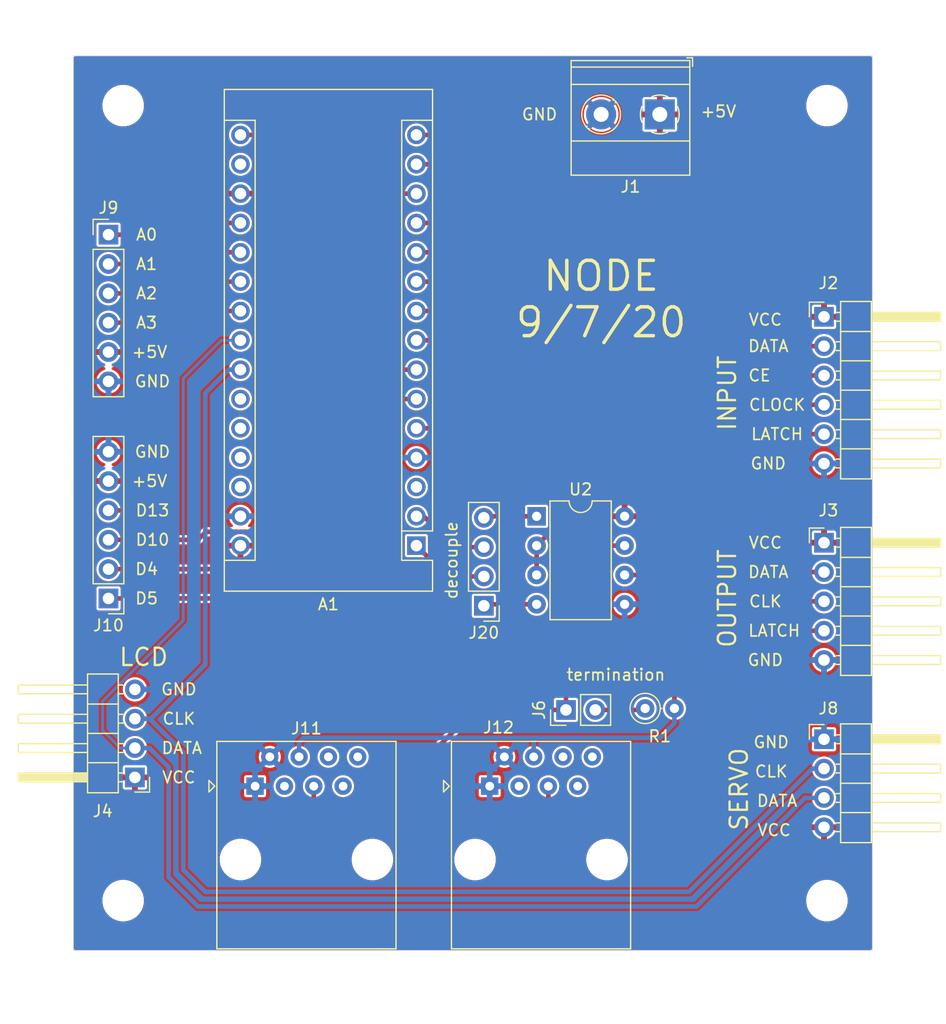
<source format=kicad_pcb>
(kicad_pcb (version 20171130) (host pcbnew "(5.1.6)-1")
  (layers (0 F.Cu signal) (31 B.Cu signal) (34 B.Paste user) (35 F.Paste user) (36 B.SilkS user) (37 F.SilkS user) (38 B.Mask user) (39 F.Mask user) (44 Edge.Cuts user))
  (net 0 "")
  (net 1 VCC)
  (net 2 IDATA)
  (net 3 ICE)
  (net 4 ICLOCK)
  (net 5 ILATCH)
  (net 6 GND)
  (net 7 OLATCH)
  (net 8 OCLOCK)
  (net 9 ODATA)
  (net 10 SCL)
  (net 11 SDA)
  (net 12 "Net-(J6-Pad2)")
  (net 13 B)
  (net 14 A)
  (net 15 RO)
  (net 16 DI)
  (net 17 DE)
  (net 18 D13)
  (net 19 D10)
  (net 20 D4)
  (net 21 A3)
  (net 22 D3)
  (net 23 A2)
  (net 24 A1)
  (net 25 A0)
  (net 26 "Net-(J20-Pad4)")
  (net 27 "Net-(J20-Pad1)")
  (module MountingHole:MountingHole_3.2mm_M3 (layer F.Cu) (at 67.818 48.768)
    (fp_text reference " " (at 0 -4.2) (layer F.SilkS))
    (fp_text value " ")
    (pad 1 np_thru_hole circle (at 0 0) (size 3.2 3.2) (drill 3.2) (layers *.Cu *.Mask))
  )
  (module MountingHole:MountingHole_3.2mm_M3 (layer F.Cu) (at 67.818 117.602)
    (fp_text reference " " (at 0 -4.2) (layer F.SilkS))
    (fp_text value " ")
    (pad 1 np_thru_hole circle (at 0 0) (size 3.2 3.2) (drill 3.2) (layers *.Cu *.Mask))
  )
  (module MountingHole:MountingHole_3.2mm_M3 (layer F.Cu) (at 128.778 117.602)
    (fp_text reference " " (at 0 -4.2) (layer F.SilkS))
    (fp_text value " ")
    (pad 1 np_thru_hole circle (at 0 0) (size 3.2 3.2) (drill 3.2) (layers *.Cu *.Mask))
  )
  (module MountingHole:MountingHole_3.2mm_M3 (layer F.Cu) (at 128.778 48.768)
    (fp_text reference " " hide)
    (fp_text value " " hide)
    (pad 1 np_thru_hole circle (at 0 0) (size 3.2 3.2) (drill 3.2) (layers *.Cu *.Mask))
  )
  (module Connector_PinHeader_2.54mm:PinHeader_1x04_P2.54mm_Vertical (layer F.Cu) (at 99.06 92.075 180)
    (fp_text reference J20 (at 0 -2.33) (layer F.SilkS))
    (fp_text value "")
    (fp_line (start -1.33 8.95) (end 1.33 8.95) (layer F.SilkS) (width 0.12))
    (fp_line (start -1.33 1.27) (end -1.33 8.95) (layer F.SilkS) (width 0.12))
    (fp_line (start 1.33 1.27) (end 1.33 8.95) (layer F.SilkS) (width 0.12))
    (fp_line (start -1.33 1.27) (end 1.33 1.27) (layer F.SilkS) (width 0.12))
    (fp_line (start -1.33 0) (end -1.33 -1.33) (layer F.SilkS) (width 0.12))
    (fp_line (start -1.33 -1.33) (end 0 -1.33) (layer F.SilkS) (width 0.12))
    (pad 4 thru_hole oval (at 0 7.62 180) (size 1.7 1.7) (drill 1) (layers *.Cu *.Mask) (net 26 "Net-(J20-Pad4)"))
    (pad 3 thru_hole oval (at 0 5.08 180) (size 1.7 1.7) (drill 1) (layers *.Cu *.Mask) (net 15 RO))
    (pad 2 thru_hole oval (at 0 2.54 180) (size 1.7 1.7) (drill 1) (layers *.Cu *.Mask) (net 16 DI))
    (pad 1 thru_hole rect (at 0 0 180) (size 1.7 1.7) (drill 1) (layers *.Cu *.Mask) (net 27 "Net-(J20-Pad1)"))
  )
  (module Package_DIP:DIP-8_W7.62mm (layer F.Cu) (at 103.632 84.328)
    (fp_text reference U2 (at 3.81 -2.33) (layer F.SilkS))
    (fp_text value MAX485E)
    (fp_line (start 2.81 -1.33) (end 1.16 -1.33) (layer F.SilkS) (width 0.12))
    (fp_line (start 1.16 -1.33) (end 1.16 8.95) (layer F.SilkS) (width 0.12))
    (fp_line (start 1.16 8.95) (end 6.46 8.95) (layer F.SilkS) (width 0.12))
    (fp_line (start 6.46 8.95) (end 6.46 -1.33) (layer F.SilkS) (width 0.12))
    (fp_line (start 6.46 -1.33) (end 4.81 -1.33) (layer F.SilkS) (width 0.12))
    (fp_arc (start 3.81 -1.33) (end 2.81 -1.33) (angle -180) (layer F.SilkS) (width 0.12))
    (pad 8 thru_hole oval (at 7.62 0) (size 1.6 1.6) (drill 0.8) (layers *.Cu *.Mask) (net 1 VCC))
    (pad 4 thru_hole oval (at 0 7.62) (size 1.6 1.6) (drill 0.8) (layers *.Cu *.Mask) (net 27 "Net-(J20-Pad1)"))
    (pad 7 thru_hole oval (at 7.62 2.54) (size 1.6 1.6) (drill 0.8) (layers *.Cu *.Mask) (net 13 B))
    (pad 3 thru_hole oval (at 0 5.08) (size 1.6 1.6) (drill 0.8) (layers *.Cu *.Mask) (net 17 DE))
    (pad 6 thru_hole oval (at 7.62 5.08) (size 1.6 1.6) (drill 0.8) (layers *.Cu *.Mask) (net 14 A))
    (pad 2 thru_hole oval (at 0 2.54) (size 1.6 1.6) (drill 0.8) (layers *.Cu *.Mask) (net 17 DE))
    (pad 5 thru_hole oval (at 7.62 7.62) (size 1.6 1.6) (drill 0.8) (layers *.Cu *.Mask) (net 6 GND))
    (pad 1 thru_hole rect (at 0 0) (size 1.6 1.6) (drill 0.8) (layers *.Cu *.Mask) (net 26 "Net-(J20-Pad4)"))
  )
  (module Connector_RJ:RJ45_Amphenol_54602-x08_Horizontal (layer F.Cu) (at 99.568 107.696)
    (fp_text reference J12 (at 0.762 -5.08) (layer F.SilkS))
    (fp_text value RJ45)
    (fp_line (start -4 0.5) (end -3.5 0) (layer F.SilkS) (width 0.12))
    (fp_line (start -4 -0.5) (end -4 0.5) (layer F.SilkS) (width 0.12))
    (fp_line (start -3.5 0) (end -4 -0.5) (layer F.SilkS) (width 0.12))
    (fp_line (start -3.315 14.08) (end 12.205 14.08) (layer F.SilkS) (width 0.12))
    (fp_line (start 12.205 -3.88) (end 12.205 14.08) (layer F.SilkS) (width 0.12))
    (fp_line (start 12.205 -3.88) (end -3.315 -3.88) (layer F.SilkS) (width 0.12))
    (fp_line (start -3.315 -3.88) (end -3.315 14.08) (layer F.SilkS) (width 0.12))
    (pad 8 thru_hole circle (at 8.89 -2.54) (size 1.5 1.5) (drill 0.76) (layers *.Cu *.Mask))
    (pad 7 thru_hole circle (at 7.62 0) (size 1.5 1.5) (drill 0.76) (layers *.Cu *.Mask))
    (pad 6 thru_hole circle (at 6.35 -2.54) (size 1.5 1.5) (drill 0.76) (layers *.Cu *.Mask))
    (pad 5 thru_hole circle (at 5.08 0) (size 1.5 1.5) (drill 0.76) (layers *.Cu *.Mask) (net 13 B))
    (pad 4 thru_hole circle (at 3.81 -2.54) (size 1.5 1.5) (drill 0.76) (layers *.Cu *.Mask) (net 14 A))
    (pad 3 thru_hole circle (at 2.54 0) (size 1.5 1.5) (drill 0.76) (layers *.Cu *.Mask))
    (pad 2 thru_hole circle (at 1.27 -2.54) (size 1.5 1.5) (drill 0.76) (layers *.Cu *.Mask) (net 6 GND))
    (pad 1 thru_hole rect (at 0 0) (size 1.5 1.5) (drill 0.76) (layers *.Cu *.Mask) (net 6 GND))
    (pad "" np_thru_hole circle (at -1.27 6.35) (size 3.2 3.2) (drill 3.2) (layers *.Cu *.Mask))
    (pad "" np_thru_hole circle (at 10.16 6.35) (size 3.2 3.2) (drill 3.2) (layers *.Cu *.Mask))
  )
  (module Connector_RJ:RJ45_Amphenol_54602-x08_Horizontal (layer F.Cu) (at 79.248 107.696)
    (fp_text reference J11 (at 4.445 -5) (layer F.SilkS))
    (fp_text value RJ45)
    (fp_line (start -4 0.5) (end -3.5 0) (layer F.SilkS) (width 0.12))
    (fp_line (start -4 -0.5) (end -4 0.5) (layer F.SilkS) (width 0.12))
    (fp_line (start -3.5 0) (end -4 -0.5) (layer F.SilkS) (width 0.12))
    (fp_line (start -3.315 14.08) (end 12.205 14.08) (layer F.SilkS) (width 0.12))
    (fp_line (start 12.205 -3.88) (end 12.205 14.08) (layer F.SilkS) (width 0.12))
    (fp_line (start 12.205 -3.88) (end -3.315 -3.88) (layer F.SilkS) (width 0.12))
    (fp_line (start -3.315 -3.88) (end -3.315 14.08) (layer F.SilkS) (width 0.12))
    (pad 8 thru_hole circle (at 8.89 -2.54) (size 1.5 1.5) (drill 0.76) (layers *.Cu *.Mask))
    (pad 7 thru_hole circle (at 7.62 0) (size 1.5 1.5) (drill 0.76) (layers *.Cu *.Mask))
    (pad 6 thru_hole circle (at 6.35 -2.54) (size 1.5 1.5) (drill 0.76) (layers *.Cu *.Mask))
    (pad 5 thru_hole circle (at 5.08 0) (size 1.5 1.5) (drill 0.76) (layers *.Cu *.Mask) (net 13 B))
    (pad 4 thru_hole circle (at 3.81 -2.54) (size 1.5 1.5) (drill 0.76) (layers *.Cu *.Mask) (net 14 A))
    (pad 3 thru_hole circle (at 2.54 0) (size 1.5 1.5) (drill 0.76) (layers *.Cu *.Mask))
    (pad 2 thru_hole circle (at 1.27 -2.54) (size 1.5 1.5) (drill 0.76) (layers *.Cu *.Mask) (net 6 GND))
    (pad 1 thru_hole rect (at 0 0) (size 1.5 1.5) (drill 0.76) (layers *.Cu *.Mask) (net 6 GND))
    (pad "" np_thru_hole circle (at -1.27 6.35) (size 3.2 3.2) (drill 3.2) (layers *.Cu *.Mask))
    (pad "" np_thru_hole circle (at 10.16 6.35) (size 3.2 3.2) (drill 3.2) (layers *.Cu *.Mask))
  )
  (module Connector_PinHeader_2.54mm:PinHeader_1x06_P2.54mm_Vertical (layer F.Cu) (at 66.548 91.44 180)
    (fp_text reference J10 (at 0 -2.33) (layer F.SilkS))
    (fp_text value "Digital Pins")
    (fp_line (start -1.33 14.03) (end 1.33 14.03) (layer F.SilkS) (width 0.12))
    (fp_line (start -1.33 1.27) (end -1.33 14.03) (layer F.SilkS) (width 0.12))
    (fp_line (start 1.33 1.27) (end 1.33 14.03) (layer F.SilkS) (width 0.12))
    (fp_line (start -1.33 1.27) (end 1.33 1.27) (layer F.SilkS) (width 0.12))
    (fp_line (start -1.33 0) (end -1.33 -1.33) (layer F.SilkS) (width 0.12))
    (fp_line (start -1.33 -1.33) (end 0 -1.33) (layer F.SilkS) (width 0.12))
    (pad 6 thru_hole oval (at 0 12.7 180) (size 1.7 1.7) (drill 1) (layers *.Cu *.Mask) (net 6 GND))
    (pad 5 thru_hole oval (at 0 10.16 180) (size 1.7 1.7) (drill 1) (layers *.Cu *.Mask) (net 1 VCC))
    (pad 4 thru_hole oval (at 0 7.62 180) (size 1.7 1.7) (drill 1) (layers *.Cu *.Mask) (net 18 D13))
    (pad 3 thru_hole oval (at 0 5.08 180) (size 1.7 1.7) (drill 1) (layers *.Cu *.Mask) (net 19 D10))
    (pad 2 thru_hole oval (at 0 2.54 180) (size 1.7 1.7) (drill 1) (layers *.Cu *.Mask) (net 20 D4))
    (pad 1 thru_hole rect (at 0 0 180) (size 1.7 1.7) (drill 1) (layers *.Cu *.Mask) (net 22 D3))
  )
  (module Connector_PinHeader_2.54mm:PinHeader_1x06_P2.54mm_Vertical (layer F.Cu) (at 66.548 59.944)
    (fp_text reference J9 (at 0 -2.33) (layer F.SilkS))
    (fp_text value "Analog Pins")
    (fp_line (start -1.33 14.03) (end 1.33 14.03) (layer F.SilkS) (width 0.12))
    (fp_line (start -1.33 1.27) (end -1.33 14.03) (layer F.SilkS) (width 0.12))
    (fp_line (start 1.33 1.27) (end 1.33 14.03) (layer F.SilkS) (width 0.12))
    (fp_line (start -1.33 1.27) (end 1.33 1.27) (layer F.SilkS) (width 0.12))
    (fp_line (start -1.33 0) (end -1.33 -1.33) (layer F.SilkS) (width 0.12))
    (fp_line (start -1.33 -1.33) (end 0 -1.33) (layer F.SilkS) (width 0.12))
    (pad 6 thru_hole oval (at 0 12.7) (size 1.7 1.7) (drill 1) (layers *.Cu *.Mask) (net 6 GND))
    (pad 5 thru_hole oval (at 0 10.16) (size 1.7 1.7) (drill 1) (layers *.Cu *.Mask) (net 1 VCC))
    (pad 4 thru_hole oval (at 0 7.62) (size 1.7 1.7) (drill 1) (layers *.Cu *.Mask) (net 21 A3))
    (pad 3 thru_hole oval (at 0 5.08) (size 1.7 1.7) (drill 1) (layers *.Cu *.Mask) (net 23 A2))
    (pad 2 thru_hole oval (at 0 2.54) (size 1.7 1.7) (drill 1) (layers *.Cu *.Mask) (net 24 A1))
    (pad 1 thru_hole rect (at 0 0) (size 1.7 1.7) (drill 1) (layers *.Cu *.Mask) (net 25 A0))
  )
  (module Connector_PinHeader_2.54mm:PinHeader_1x04_P2.54mm_Horizontal (layer F.Cu) (at 128.524 103.632)
    (fp_text reference J8 (at 0.381 -2.667) (layer F.SilkS))
    (fp_text value Servo)
    (fp_line (start 1.44 -1.33) (end 1.44 8.95) (layer F.SilkS) (width 0.12))
    (fp_line (start 1.44 8.95) (end 4.1 8.95) (layer F.SilkS) (width 0.12))
    (fp_line (start 4.1 8.95) (end 4.1 -1.33) (layer F.SilkS) (width 0.12))
    (fp_line (start 4.1 -1.33) (end 1.44 -1.33) (layer F.SilkS) (width 0.12))
    (fp_line (start 4.1 -0.38) (end 10.1 -0.38) (layer F.SilkS) (width 0.12))
    (fp_line (start 10.1 -0.38) (end 10.1 0.38) (layer F.SilkS) (width 0.12))
    (fp_line (start 10.1 0.38) (end 4.1 0.38) (layer F.SilkS) (width 0.12))
    (fp_line (start 4.1 -0.32) (end 10.1 -0.32) (layer F.SilkS) (width 0.12))
    (fp_line (start 4.1 -0.2) (end 10.1 -0.2) (layer F.SilkS) (width 0.12))
    (fp_line (start 4.1 -0.08) (end 10.1 -0.08) (layer F.SilkS) (width 0.12))
    (fp_line (start 4.1 0.04) (end 10.1 0.04) (layer F.SilkS) (width 0.12))
    (fp_line (start 4.1 0.16) (end 10.1 0.16) (layer F.SilkS) (width 0.12))
    (fp_line (start 4.1 0.28) (end 10.1 0.28) (layer F.SilkS) (width 0.12))
    (fp_line (start 1.11 -0.38) (end 1.44 -0.38) (layer F.SilkS) (width 0.12))
    (fp_line (start 1.11 0.38) (end 1.44 0.38) (layer F.SilkS) (width 0.12))
    (fp_line (start 1.44 1.27) (end 4.1 1.27) (layer F.SilkS) (width 0.12))
    (fp_line (start 4.1 2.16) (end 10.1 2.16) (layer F.SilkS) (width 0.12))
    (fp_line (start 10.1 2.16) (end 10.1 2.92) (layer F.SilkS) (width 0.12))
    (fp_line (start 10.1 2.92) (end 4.1 2.92) (layer F.SilkS) (width 0.12))
    (fp_line (start 1.042929 2.16) (end 1.44 2.16) (layer F.SilkS) (width 0.12))
    (fp_line (start 1.042929 2.92) (end 1.44 2.92) (layer F.SilkS) (width 0.12))
    (fp_line (start 1.44 3.81) (end 4.1 3.81) (layer F.SilkS) (width 0.12))
    (fp_line (start 4.1 4.7) (end 10.1 4.7) (layer F.SilkS) (width 0.12))
    (fp_line (start 10.1 4.7) (end 10.1 5.46) (layer F.SilkS) (width 0.12))
    (fp_line (start 10.1 5.46) (end 4.1 5.46) (layer F.SilkS) (width 0.12))
    (fp_line (start 1.042929 4.7) (end 1.44 4.7) (layer F.SilkS) (width 0.12))
    (fp_line (start 1.042929 5.46) (end 1.44 5.46) (layer F.SilkS) (width 0.12))
    (fp_line (start 1.44 6.35) (end 4.1 6.35) (layer F.SilkS) (width 0.12))
    (fp_line (start 4.1 7.24) (end 10.1 7.24) (layer F.SilkS) (width 0.12))
    (fp_line (start 10.1 7.24) (end 10.1 8) (layer F.SilkS) (width 0.12))
    (fp_line (start 10.1 8) (end 4.1 8) (layer F.SilkS) (width 0.12))
    (fp_line (start 1.042929 7.24) (end 1.44 7.24) (layer F.SilkS) (width 0.12))
    (fp_line (start 1.042929 8) (end 1.44 8) (layer F.SilkS) (width 0.12))
    (fp_line (start -1.27 0) (end -1.27 -1.27) (layer F.SilkS) (width 0.12))
    (fp_line (start -1.27 -1.27) (end 0 -1.27) (layer F.SilkS) (width 0.12))
    (pad 4 thru_hole oval (at 0 7.62) (size 1.7 1.7) (drill 1) (layers *.Cu *.Mask) (net 1 VCC))
    (pad 3 thru_hole oval (at 0 5.08) (size 1.7 1.7) (drill 1) (layers *.Cu *.Mask) (net 11 SDA))
    (pad 2 thru_hole oval (at 0 2.54) (size 1.7 1.7) (drill 1) (layers *.Cu *.Mask) (net 10 SCL))
    (pad 1 thru_hole rect (at 0 0) (size 1.7 1.7) (drill 1) (layers *.Cu *.Mask) (net 6 GND))
  )
  (module Connector_PinHeader_2.54mm:PinHeader_1x02_P2.54mm_Vertical (layer F.Cu) (at 106.172 101.092 90)
    (fp_text reference J6 (at 0 -2.33 90) (layer F.SilkS))
    (fp_text value Termination)
    (fp_line (start -1.33 3.87) (end 1.33 3.87) (layer F.SilkS) (width 0.12))
    (fp_line (start -1.33 1.27) (end -1.33 3.87) (layer F.SilkS) (width 0.12))
    (fp_line (start 1.33 1.27) (end 1.33 3.87) (layer F.SilkS) (width 0.12))
    (fp_line (start -1.33 1.27) (end 1.33 1.27) (layer F.SilkS) (width 0.12))
    (fp_line (start -1.33 0) (end -1.33 -1.33) (layer F.SilkS) (width 0.12))
    (fp_line (start -1.33 -1.33) (end 0 -1.33) (layer F.SilkS) (width 0.12))
    (pad 2 thru_hole oval (at 0 2.54 90) (size 1.7 1.7) (drill 1) (layers *.Cu *.Mask) (net 12 "Net-(J6-Pad2)"))
    (pad 1 thru_hole rect (at 0 0 90) (size 1.7 1.7) (drill 1) (layers *.Cu *.Mask) (net 13 B))
  )
  (module Connector_PinHeader_2.54mm:PinHeader_1x04_P2.54mm_Horizontal (layer F.Cu) (at 68.834 106.934 180)
    (fp_text reference J4 (at 2.794 -2.921) (layer F.SilkS))
    (fp_text value LCD)
    (fp_line (start 1.44 -1.33) (end 1.44 8.95) (layer F.SilkS) (width 0.12))
    (fp_line (start 1.44 8.95) (end 4.1 8.95) (layer F.SilkS) (width 0.12))
    (fp_line (start 4.1 8.95) (end 4.1 -1.33) (layer F.SilkS) (width 0.12))
    (fp_line (start 4.1 -1.33) (end 1.44 -1.33) (layer F.SilkS) (width 0.12))
    (fp_line (start 4.1 -0.38) (end 10.1 -0.38) (layer F.SilkS) (width 0.12))
    (fp_line (start 10.1 -0.38) (end 10.1 0.38) (layer F.SilkS) (width 0.12))
    (fp_line (start 10.1 0.38) (end 4.1 0.38) (layer F.SilkS) (width 0.12))
    (fp_line (start 4.1 -0.32) (end 10.1 -0.32) (layer F.SilkS) (width 0.12))
    (fp_line (start 4.1 -0.2) (end 10.1 -0.2) (layer F.SilkS) (width 0.12))
    (fp_line (start 4.1 -0.08) (end 10.1 -0.08) (layer F.SilkS) (width 0.12))
    (fp_line (start 4.1 0.04) (end 10.1 0.04) (layer F.SilkS) (width 0.12))
    (fp_line (start 4.1 0.16) (end 10.1 0.16) (layer F.SilkS) (width 0.12))
    (fp_line (start 4.1 0.28) (end 10.1 0.28) (layer F.SilkS) (width 0.12))
    (fp_line (start 1.11 -0.38) (end 1.44 -0.38) (layer F.SilkS) (width 0.12))
    (fp_line (start 1.11 0.38) (end 1.44 0.38) (layer F.SilkS) (width 0.12))
    (fp_line (start 1.44 1.27) (end 4.1 1.27) (layer F.SilkS) (width 0.12))
    (fp_line (start 4.1 2.16) (end 10.1 2.16) (layer F.SilkS) (width 0.12))
    (fp_line (start 10.1 2.16) (end 10.1 2.92) (layer F.SilkS) (width 0.12))
    (fp_line (start 10.1 2.92) (end 4.1 2.92) (layer F.SilkS) (width 0.12))
    (fp_line (start 1.042929 2.16) (end 1.44 2.16) (layer F.SilkS) (width 0.12))
    (fp_line (start 1.042929 2.92) (end 1.44 2.92) (layer F.SilkS) (width 0.12))
    (fp_line (start 1.44 3.81) (end 4.1 3.81) (layer F.SilkS) (width 0.12))
    (fp_line (start 4.1 4.7) (end 10.1 4.7) (layer F.SilkS) (width 0.12))
    (fp_line (start 10.1 4.7) (end 10.1 5.46) (layer F.SilkS) (width 0.12))
    (fp_line (start 10.1 5.46) (end 4.1 5.46) (layer F.SilkS) (width 0.12))
    (fp_line (start 1.042929 4.7) (end 1.44 4.7) (layer F.SilkS) (width 0.12))
    (fp_line (start 1.042929 5.46) (end 1.44 5.46) (layer F.SilkS) (width 0.12))
    (fp_line (start 1.44 6.35) (end 4.1 6.35) (layer F.SilkS) (width 0.12))
    (fp_line (start 4.1 7.24) (end 10.1 7.24) (layer F.SilkS) (width 0.12))
    (fp_line (start 10.1 7.24) (end 10.1 8) (layer F.SilkS) (width 0.12))
    (fp_line (start 10.1 8) (end 4.1 8) (layer F.SilkS) (width 0.12))
    (fp_line (start 1.042929 7.24) (end 1.44 7.24) (layer F.SilkS) (width 0.12))
    (fp_line (start 1.042929 8) (end 1.44 8) (layer F.SilkS) (width 0.12))
    (fp_line (start -1.27 0) (end -1.27 -1.27) (layer F.SilkS) (width 0.12))
    (fp_line (start -1.27 -1.27) (end 0 -1.27) (layer F.SilkS) (width 0.12))
    (pad 4 thru_hole oval (at 0 7.62 180) (size 1.7 1.7) (drill 1) (layers *.Cu *.Mask) (net 6 GND))
    (pad 3 thru_hole oval (at 0 5.08 180) (size 1.7 1.7) (drill 1) (layers *.Cu *.Mask) (net 10 SCL))
    (pad 2 thru_hole oval (at 0 2.54 180) (size 1.7 1.7) (drill 1) (layers *.Cu *.Mask) (net 11 SDA))
    (pad 1 thru_hole rect (at 0 0 180) (size 1.7 1.7) (drill 1) (layers *.Cu *.Mask) (net 1 VCC))
  )
  (module Connector_PinHeader_2.54mm:PinHeader_1x05_P2.54mm_Horizontal (layer F.Cu) (at 128.524 86.614)
    (fp_text reference J3 (at 0.381 -2.794) (layer F.SilkS))
    (fp_text value Output)
    (fp_line (start 1.44 -1.33) (end 1.44 11.49) (layer F.SilkS) (width 0.12))
    (fp_line (start 1.44 11.49) (end 4.1 11.49) (layer F.SilkS) (width 0.12))
    (fp_line (start 4.1 11.49) (end 4.1 -1.33) (layer F.SilkS) (width 0.12))
    (fp_line (start 4.1 -1.33) (end 1.44 -1.33) (layer F.SilkS) (width 0.12))
    (fp_line (start 4.1 -0.38) (end 10.1 -0.38) (layer F.SilkS) (width 0.12))
    (fp_line (start 10.1 -0.38) (end 10.1 0.38) (layer F.SilkS) (width 0.12))
    (fp_line (start 10.1 0.38) (end 4.1 0.38) (layer F.SilkS) (width 0.12))
    (fp_line (start 4.1 -0.32) (end 10.1 -0.32) (layer F.SilkS) (width 0.12))
    (fp_line (start 4.1 -0.2) (end 10.1 -0.2) (layer F.SilkS) (width 0.12))
    (fp_line (start 4.1 -0.08) (end 10.1 -0.08) (layer F.SilkS) (width 0.12))
    (fp_line (start 4.1 0.04) (end 10.1 0.04) (layer F.SilkS) (width 0.12))
    (fp_line (start 4.1 0.16) (end 10.1 0.16) (layer F.SilkS) (width 0.12))
    (fp_line (start 4.1 0.28) (end 10.1 0.28) (layer F.SilkS) (width 0.12))
    (fp_line (start 1.11 -0.38) (end 1.44 -0.38) (layer F.SilkS) (width 0.12))
    (fp_line (start 1.11 0.38) (end 1.44 0.38) (layer F.SilkS) (width 0.12))
    (fp_line (start 1.44 1.27) (end 4.1 1.27) (layer F.SilkS) (width 0.12))
    (fp_line (start 4.1 2.16) (end 10.1 2.16) (layer F.SilkS) (width 0.12))
    (fp_line (start 10.1 2.16) (end 10.1 2.92) (layer F.SilkS) (width 0.12))
    (fp_line (start 10.1 2.92) (end 4.1 2.92) (layer F.SilkS) (width 0.12))
    (fp_line (start 1.042929 2.16) (end 1.44 2.16) (layer F.SilkS) (width 0.12))
    (fp_line (start 1.042929 2.92) (end 1.44 2.92) (layer F.SilkS) (width 0.12))
    (fp_line (start 1.44 3.81) (end 4.1 3.81) (layer F.SilkS) (width 0.12))
    (fp_line (start 4.1 4.7) (end 10.1 4.7) (layer F.SilkS) (width 0.12))
    (fp_line (start 10.1 4.7) (end 10.1 5.46) (layer F.SilkS) (width 0.12))
    (fp_line (start 10.1 5.46) (end 4.1 5.46) (layer F.SilkS) (width 0.12))
    (fp_line (start 1.042929 4.7) (end 1.44 4.7) (layer F.SilkS) (width 0.12))
    (fp_line (start 1.042929 5.46) (end 1.44 5.46) (layer F.SilkS) (width 0.12))
    (fp_line (start 1.44 6.35) (end 4.1 6.35) (layer F.SilkS) (width 0.12))
    (fp_line (start 4.1 7.24) (end 10.1 7.24) (layer F.SilkS) (width 0.12))
    (fp_line (start 10.1 7.24) (end 10.1 8) (layer F.SilkS) (width 0.12))
    (fp_line (start 10.1 8) (end 4.1 8) (layer F.SilkS) (width 0.12))
    (fp_line (start 1.042929 7.24) (end 1.44 7.24) (layer F.SilkS) (width 0.12))
    (fp_line (start 1.042929 8) (end 1.44 8) (layer F.SilkS) (width 0.12))
    (fp_line (start 1.44 8.89) (end 4.1 8.89) (layer F.SilkS) (width 0.12))
    (fp_line (start 4.1 9.78) (end 10.1 9.78) (layer F.SilkS) (width 0.12))
    (fp_line (start 10.1 9.78) (end 10.1 10.54) (layer F.SilkS) (width 0.12))
    (fp_line (start 10.1 10.54) (end 4.1 10.54) (layer F.SilkS) (width 0.12))
    (fp_line (start 1.042929 9.78) (end 1.44 9.78) (layer F.SilkS) (width 0.12))
    (fp_line (start 1.042929 10.54) (end 1.44 10.54) (layer F.SilkS) (width 0.12))
    (fp_line (start -1.27 0) (end -1.27 -1.27) (layer F.SilkS) (width 0.12))
    (fp_line (start -1.27 -1.27) (end 0 -1.27) (layer F.SilkS) (width 0.12))
    (pad 5 thru_hole oval (at 0 10.16) (size 1.7 1.7) (drill 1) (layers *.Cu *.Mask) (net 6 GND))
    (pad 4 thru_hole oval (at 0 7.62) (size 1.7 1.7) (drill 1) (layers *.Cu *.Mask) (net 7 OLATCH))
    (pad 3 thru_hole oval (at 0 5.08) (size 1.7 1.7) (drill 1) (layers *.Cu *.Mask) (net 8 OCLOCK))
    (pad 2 thru_hole oval (at 0 2.54) (size 1.7 1.7) (drill 1) (layers *.Cu *.Mask) (net 9 ODATA))
    (pad 1 thru_hole rect (at 0 0) (size 1.7 1.7) (drill 1) (layers *.Cu *.Mask) (net 1 VCC))
  )
  (module Connector_PinHeader_2.54mm:PinHeader_1x06_P2.54mm_Horizontal (layer F.Cu) (at 128.524 67.056)
    (fp_text reference J2 (at 0.381 -2.921) (layer F.SilkS))
    (fp_text value Input)
    (fp_line (start 1.44 -1.33) (end 1.44 14.03) (layer F.SilkS) (width 0.12))
    (fp_line (start 1.44 14.03) (end 4.1 14.03) (layer F.SilkS) (width 0.12))
    (fp_line (start 4.1 14.03) (end 4.1 -1.33) (layer F.SilkS) (width 0.12))
    (fp_line (start 4.1 -1.33) (end 1.44 -1.33) (layer F.SilkS) (width 0.12))
    (fp_line (start 4.1 -0.38) (end 10.1 -0.38) (layer F.SilkS) (width 0.12))
    (fp_line (start 10.1 -0.38) (end 10.1 0.38) (layer F.SilkS) (width 0.12))
    (fp_line (start 10.1 0.38) (end 4.1 0.38) (layer F.SilkS) (width 0.12))
    (fp_line (start 4.1 -0.32) (end 10.1 -0.32) (layer F.SilkS) (width 0.12))
    (fp_line (start 4.1 -0.2) (end 10.1 -0.2) (layer F.SilkS) (width 0.12))
    (fp_line (start 4.1 -0.08) (end 10.1 -0.08) (layer F.SilkS) (width 0.12))
    (fp_line (start 4.1 0.04) (end 10.1 0.04) (layer F.SilkS) (width 0.12))
    (fp_line (start 4.1 0.16) (end 10.1 0.16) (layer F.SilkS) (width 0.12))
    (fp_line (start 4.1 0.28) (end 10.1 0.28) (layer F.SilkS) (width 0.12))
    (fp_line (start 1.11 -0.38) (end 1.44 -0.38) (layer F.SilkS) (width 0.12))
    (fp_line (start 1.11 0.38) (end 1.44 0.38) (layer F.SilkS) (width 0.12))
    (fp_line (start 1.44 1.27) (end 4.1 1.27) (layer F.SilkS) (width 0.12))
    (fp_line (start 4.1 2.16) (end 10.1 2.16) (layer F.SilkS) (width 0.12))
    (fp_line (start 10.1 2.16) (end 10.1 2.92) (layer F.SilkS) (width 0.12))
    (fp_line (start 10.1 2.92) (end 4.1 2.92) (layer F.SilkS) (width 0.12))
    (fp_line (start 1.042929 2.16) (end 1.44 2.16) (layer F.SilkS) (width 0.12))
    (fp_line (start 1.042929 2.92) (end 1.44 2.92) (layer F.SilkS) (width 0.12))
    (fp_line (start 1.44 3.81) (end 4.1 3.81) (layer F.SilkS) (width 0.12))
    (fp_line (start 4.1 4.7) (end 10.1 4.7) (layer F.SilkS) (width 0.12))
    (fp_line (start 10.1 4.7) (end 10.1 5.46) (layer F.SilkS) (width 0.12))
    (fp_line (start 10.1 5.46) (end 4.1 5.46) (layer F.SilkS) (width 0.12))
    (fp_line (start 1.042929 4.7) (end 1.44 4.7) (layer F.SilkS) (width 0.12))
    (fp_line (start 1.042929 5.46) (end 1.44 5.46) (layer F.SilkS) (width 0.12))
    (fp_line (start 1.44 6.35) (end 4.1 6.35) (layer F.SilkS) (width 0.12))
    (fp_line (start 4.1 7.24) (end 10.1 7.24) (layer F.SilkS) (width 0.12))
    (fp_line (start 10.1 7.24) (end 10.1 8) (layer F.SilkS) (width 0.12))
    (fp_line (start 10.1 8) (end 4.1 8) (layer F.SilkS) (width 0.12))
    (fp_line (start 1.042929 7.24) (end 1.44 7.24) (layer F.SilkS) (width 0.12))
    (fp_line (start 1.042929 8) (end 1.44 8) (layer F.SilkS) (width 0.12))
    (fp_line (start 1.44 8.89) (end 4.1 8.89) (layer F.SilkS) (width 0.12))
    (fp_line (start 4.1 9.78) (end 10.1 9.78) (layer F.SilkS) (width 0.12))
    (fp_line (start 10.1 9.78) (end 10.1 10.54) (layer F.SilkS) (width 0.12))
    (fp_line (start 10.1 10.54) (end 4.1 10.54) (layer F.SilkS) (width 0.12))
    (fp_line (start 1.042929 9.78) (end 1.44 9.78) (layer F.SilkS) (width 0.12))
    (fp_line (start 1.042929 10.54) (end 1.44 10.54) (layer F.SilkS) (width 0.12))
    (fp_line (start 1.44 11.43) (end 4.1 11.43) (layer F.SilkS) (width 0.12))
    (fp_line (start 4.1 12.32) (end 10.1 12.32) (layer F.SilkS) (width 0.12))
    (fp_line (start 10.1 12.32) (end 10.1 13.08) (layer F.SilkS) (width 0.12))
    (fp_line (start 10.1 13.08) (end 4.1 13.08) (layer F.SilkS) (width 0.12))
    (fp_line (start 1.042929 12.32) (end 1.44 12.32) (layer F.SilkS) (width 0.12))
    (fp_line (start 1.042929 13.08) (end 1.44 13.08) (layer F.SilkS) (width 0.12))
    (fp_line (start -1.27 0) (end -1.27 -1.27) (layer F.SilkS) (width 0.12))
    (fp_line (start -1.27 -1.27) (end 0 -1.27) (layer F.SilkS) (width 0.12))
    (pad 6 thru_hole oval (at 0 12.7) (size 1.7 1.7) (drill 1) (layers *.Cu *.Mask) (net 6 GND))
    (pad 5 thru_hole oval (at 0 10.16) (size 1.7 1.7) (drill 1) (layers *.Cu *.Mask) (net 5 ILATCH))
    (pad 4 thru_hole oval (at 0 7.62) (size 1.7 1.7) (drill 1) (layers *.Cu *.Mask) (net 4 ICLOCK))
    (pad 3 thru_hole oval (at 0 5.08) (size 1.7 1.7) (drill 1) (layers *.Cu *.Mask) (net 3 ICE))
    (pad 2 thru_hole oval (at 0 2.54) (size 1.7 1.7) (drill 1) (layers *.Cu *.Mask) (net 2 IDATA))
    (pad 1 thru_hole rect (at 0 0) (size 1.7 1.7) (drill 1) (layers *.Cu *.Mask) (net 1 VCC))
  )
  (module TerminalBlock_Phoenix:TerminalBlock_Phoenix_MKDS-1,5-2-5.08_1x02_P5.08mm_Horizontal (layer F.Cu) (at 114.3 49.53 180)
    (fp_text reference J1 (at 2.54 -6.26) (layer F.SilkS))
    (fp_text value Power)
    (fp_circle (center 5.08 0) (end 6.76 0) (layer F.SilkS) (width 0.12))
    (fp_line (start -2.6 4.1) (end 7.68 4.1) (layer F.SilkS) (width 0.12))
    (fp_line (start -2.6 2.6) (end 7.68 2.6) (layer F.SilkS) (width 0.12))
    (fp_line (start -2.6 -2.301) (end 7.68 -2.301) (layer F.SilkS) (width 0.12))
    (fp_line (start -2.6 -5.261) (end 7.68 -5.261) (layer F.SilkS) (width 0.12))
    (fp_line (start -2.6 4.66) (end 7.68 4.66) (layer F.SilkS) (width 0.12))
    (fp_line (start -2.6 -5.261) (end -2.6 4.66) (layer F.SilkS) (width 0.12))
    (fp_line (start 7.68 -5.261) (end 7.68 4.66) (layer F.SilkS) (width 0.12))
    (fp_line (start 6.355 -1.069) (end 6.308 -1.023) (layer F.SilkS) (width 0.12))
    (fp_line (start 4.046 1.239) (end 4.011 1.274) (layer F.SilkS) (width 0.12))
    (fp_line (start 6.15 -1.275) (end 6.115 -1.239) (layer F.SilkS) (width 0.12))
    (fp_line (start 3.853 1.023) (end 3.806 1.069) (layer F.SilkS) (width 0.12))
    (fp_line (start -2.84 4.16) (end -2.84 4.9) (layer F.SilkS) (width 0.12))
    (fp_line (start -2.84 4.9) (end -2.34 4.9) (layer F.SilkS) (width 0.12))
    (fp_arc (start 0 0) (end -0.684 1.535) (angle -25) (layer F.SilkS) (width 0.12))
    (fp_arc (start 0 0) (end -1.535 -0.684) (angle -48) (layer F.SilkS) (width 0.12))
    (fp_arc (start 0 0) (end 0.684 -1.535) (angle -48) (layer F.SilkS) (width 0.12))
    (fp_arc (start 0 0) (end 1.535 0.684) (angle -48) (layer F.SilkS) (width 0.12))
    (fp_arc (start 0 0) (end 0 1.68) (angle -24) (layer F.SilkS) (width 0.12))
    (pad 2 thru_hole circle (at 5.08 0 180) (size 2.6 2.6) (drill 1.3) (layers *.Cu *.Mask) (net 6 GND))
    (pad 1 thru_hole rect (at 0 0 180) (size 2.6 2.6) (drill 1.3) (layers *.Cu *.Mask) (net 1 VCC))
  )
  (module Module:Arduino_Nano (layer F.Cu) (at 93.218 86.868 180)
    (fp_text reference A1 (at 7.62 -5.08) (layer F.SilkS))
    (fp_text value Arduino_Nano_v3.x)
    (fp_line (start 1.27 1.27) (end 1.27 -1.27) (layer F.SilkS) (width 0.12))
    (fp_line (start 1.27 -1.27) (end -1.4 -1.27) (layer F.SilkS) (width 0.12))
    (fp_line (start -1.4 1.27) (end -1.4 39.5) (layer F.SilkS) (width 0.12))
    (fp_line (start -1.4 -3.94) (end -1.4 -1.27) (layer F.SilkS) (width 0.12))
    (fp_line (start 13.97 -1.27) (end 16.64 -1.27) (layer F.SilkS) (width 0.12))
    (fp_line (start 13.97 -1.27) (end 13.97 36.83) (layer F.SilkS) (width 0.12))
    (fp_line (start 13.97 36.83) (end 16.64 36.83) (layer F.SilkS) (width 0.12))
    (fp_line (start 1.27 1.27) (end -1.4 1.27) (layer F.SilkS) (width 0.12))
    (fp_line (start 1.27 1.27) (end 1.27 36.83) (layer F.SilkS) (width 0.12))
    (fp_line (start 1.27 36.83) (end -1.4 36.83) (layer F.SilkS) (width 0.12))
    (fp_line (start -1.4 39.5) (end 16.64 39.5) (layer F.SilkS) (width 0.12))
    (fp_line (start 16.64 39.5) (end 16.64 -3.94) (layer F.SilkS) (width 0.12))
    (fp_line (start 16.64 -3.94) (end -1.4 -3.94) (layer F.SilkS) (width 0.12))
    (pad 16 thru_hole oval (at 15.24 35.56 180) (size 1.6 1.6) (drill 1) (layers *.Cu *.Mask) (net 18 D13))
    (pad 15 thru_hole oval (at 0 35.56 180) (size 1.6 1.6) (drill 1) (layers *.Cu *.Mask) (net 2 IDATA))
    (pad 30 thru_hole oval (at 15.24 0 180) (size 1.6 1.6) (drill 1) (layers *.Cu *.Mask) (net 1 VCC))
    (pad 14 thru_hole oval (at 0 33.02 180) (size 1.6 1.6) (drill 1) (layers *.Cu *.Mask) (net 3 ICE))
    (pad 29 thru_hole oval (at 15.24 2.54 180) (size 1.6 1.6) (drill 1) (layers *.Cu *.Mask) (net 6 GND))
    (pad 13 thru_hole oval (at 0 30.48 180) (size 1.6 1.6) (drill 1) (layers *.Cu *.Mask) (net 19 D10))
    (pad 28 thru_hole oval (at 15.24 5.08 180) (size 1.6 1.6) (drill 1) (layers *.Cu *.Mask))
    (pad 12 thru_hole oval (at 0 27.94 180) (size 1.6 1.6) (drill 1) (layers *.Cu *.Mask) (net 4 ICLOCK))
    (pad 27 thru_hole oval (at 15.24 7.62 180) (size 1.6 1.6) (drill 1) (layers *.Cu *.Mask))
    (pad 11 thru_hole oval (at 0 25.4 180) (size 1.6 1.6) (drill 1) (layers *.Cu *.Mask) (net 5 ILATCH))
    (pad 26 thru_hole oval (at 15.24 10.16 180) (size 1.6 1.6) (drill 1) (layers *.Cu *.Mask))
    (pad 10 thru_hole oval (at 0 22.86 180) (size 1.6 1.6) (drill 1) (layers *.Cu *.Mask) (net 9 ODATA))
    (pad 25 thru_hole oval (at 15.24 12.7 180) (size 1.6 1.6) (drill 1) (layers *.Cu *.Mask))
    (pad 9 thru_hole oval (at 0 20.32 180) (size 1.6 1.6) (drill 1) (layers *.Cu *.Mask) (net 8 OCLOCK))
    (pad 24 thru_hole oval (at 15.24 15.24 180) (size 1.6 1.6) (drill 1) (layers *.Cu *.Mask) (net 10 SCL))
    (pad 8 thru_hole oval (at 0 17.78 180) (size 1.6 1.6) (drill 1) (layers *.Cu *.Mask) (net 7 OLATCH))
    (pad 23 thru_hole oval (at 15.24 17.78 180) (size 1.6 1.6) (drill 1) (layers *.Cu *.Mask) (net 11 SDA))
    (pad 7 thru_hole oval (at 0 15.24 180) (size 1.6 1.6) (drill 1) (layers *.Cu *.Mask) (net 20 D4))
    (pad 22 thru_hole oval (at 15.24 20.32 180) (size 1.6 1.6) (drill 1) (layers *.Cu *.Mask) (net 21 A3))
    (pad 6 thru_hole oval (at 0 12.7 180) (size 1.6 1.6) (drill 1) (layers *.Cu *.Mask) (net 22 D3))
    (pad 21 thru_hole oval (at 15.24 22.86 180) (size 1.6 1.6) (drill 1) (layers *.Cu *.Mask) (net 23 A2))
    (pad 5 thru_hole oval (at 0 10.16 180) (size 1.6 1.6) (drill 1) (layers *.Cu *.Mask) (net 17 DE))
    (pad 20 thru_hole oval (at 15.24 25.4 180) (size 1.6 1.6) (drill 1) (layers *.Cu *.Mask) (net 24 A1))
    (pad 4 thru_hole oval (at 0 7.62 180) (size 1.6 1.6) (drill 1) (layers *.Cu *.Mask) (net 6 GND))
    (pad 19 thru_hole oval (at 15.24 27.94 180) (size 1.6 1.6) (drill 1) (layers *.Cu *.Mask) (net 25 A0))
    (pad 3 thru_hole oval (at 0 5.08 180) (size 1.6 1.6) (drill 1) (layers *.Cu *.Mask))
    (pad 18 thru_hole oval (at 15.24 30.48 180) (size 1.6 1.6) (drill 1) (layers *.Cu *.Mask) (net 1 VCC))
    (pad 2 thru_hole oval (at 0 2.54 180) (size 1.6 1.6) (drill 1) (layers *.Cu *.Mask) (net 15 RO))
    (pad 17 thru_hole oval (at 15.24 33.02 180) (size 1.6 1.6) (drill 1) (layers *.Cu *.Mask))
    (pad 1 thru_hole rect (at 0 0 180) (size 1.6 1.6) (drill 1) (layers *.Cu *.Mask) (net 16 DI))
  )
  (module Resistors_ThroughHole:R_Axial_DIN0207_L6.3mm_D2.5mm_P2.54mm_Vertical (layer F.Cu) (at 113.03 100.965)
    (fp_text reference R1 (at 1.27 2.413) (layer F.SilkS))
    (fp_text value R)
    (fp_circle (center 0 0) (end 1.31 0) (layer F.SilkS) (width 0.12))
    (fp_line (start 1.31 0) (end 1.44 0) (layer F.SilkS) (width 0.12))
    (pad 2 thru_hole oval (at 2.54 0) (size 1.6 1.6) (drill 0.8) (layers *.Cu *.Mask) (net 14 A))
    (pad 1 thru_hole circle (at 0 0) (size 1.6 1.6) (drill 0.8) (layers *.Cu *.Mask) (net 12 "Net-(J6-Pad2)"))
  )
  (gr_text INPUT (at 120.142 73.66 90) (layer F.SilkS) (effects (font (size 1.5 1.5) (thickness 0.2))))
  (gr_text "NODE\n9/7/20" (at 109.22 65.532) (layer F.SilkS) (effects (font (size 2.5 2.5) (thickness 0.3))))
  (gr_text +5V (at 119.38 49.276) (layer F.SilkS) (effects (font (size 1 1))))
  (gr_text GND (at 103.886 49.53) (layer F.SilkS) (effects (font (size 1 1))))
  (gr_text OUTPUT (at 120.142 91.44 90) (layer F.SilkS) (effects (font (size 1.5 1.5) (thickness 0.2))))
  (gr_text GND (at 123.698 79.756) (layer F.SilkS) (effects (font (size 1 1))))
  (gr_text LATCH (at 124.46 77.216) (layer F.SilkS) (effects (font (size 1 1))))
  (gr_text CLOCK (at 124.46 74.676) (layer F.SilkS) (effects (font (size 1 1))))
  (gr_text CE (at 122.936 72.136) (layer F.SilkS) (effects (font (size 1 1))))
  (gr_text DATA (at 123.698 69.596) (layer F.SilkS) (effects (font (size 1 1))))
  (gr_text VCC (at 123.444 67.31) (layer F.SilkS) (effects (font (size 1 1))))
  (gr_text GND (at 123.444 96.774) (layer F.SilkS) (effects (font (size 1 1))))
  (gr_text LATCH (at 124.206 94.234) (layer F.SilkS) (effects (font (size 1 1))))
  (gr_text CLK (at 123.444 91.694) (layer F.SilkS) (effects (font (size 1 1))))
  (gr_text DATA (at 123.698 89.154) (layer F.SilkS) (effects (font (size 1 1))))
  (gr_text VCC (at 123.444 86.614) (layer F.SilkS) (effects (font (size 1 1))))
  (gr_text SERVO (at 121.158 107.95 90) (layer F.SilkS) (effects (font (size 1.5 1.5) (thickness 0.2))))
  (gr_text VCC (at 124.206 111.506) (layer F.SilkS) (effects (font (size 1 1))))
  (gr_text DATA (at 124.46 108.966) (layer F.SilkS) (effects (font (size 1 1))))
  (gr_text CLK (at 123.952 106.426) (layer F.SilkS) (effects (font (size 1 1))))
  (gr_text GND (at 123.952 103.886) (layer F.SilkS) (effects (font (size 1 1))))
  (gr_text termination (at 110.49 98.044) (layer F.SilkS) (effects (font (size 1 1))))
  (gr_text decouple (at 96.266 88.138 90) (layer F.SilkS) (effects (font (size 1 1))))
  (gr_text D5 (at 69.85 91.44) (layer F.SilkS) (effects (font (size 1 1))))
  (gr_text D4 (at 69.85 88.9) (layer F.SilkS) (effects (font (size 1 1))))
  (gr_text D10 (at 70.358 86.36) (layer F.SilkS) (effects (font (size 1 1))))
  (gr_text D13 (at 70.358 83.82) (layer F.SilkS) (effects (font (size 1 1))))
  (gr_text +5V (at 70.104 81.28) (layer F.SilkS) (effects (font (size 1 1))))
  (gr_text GND (at 70.358 78.74) (layer F.SilkS) (effects (font (size 1 1))))
  (gr_text GND (at 70.358 72.644) (layer F.SilkS) (effects (font (size 1 1))))
  (gr_text +5V (at 70.104 70.104) (layer F.SilkS) (effects (font (size 1 1))))
  (gr_text A3 (at 69.85 67.564) (layer F.SilkS) (effects (font (size 1 1))))
  (gr_text A2 (at 69.85 65.024) (layer F.SilkS) (effects (font (size 1 1))))
  (gr_text A1 (at 69.85 62.484) (layer F.SilkS) (effects (font (size 1 1))))
  (gr_text A0 (at 69.85 59.944) (layer F.SilkS) (effects (font (size 1 1))))
  (gr_text LCD (at 69.596 96.52) (layer F.SilkS) (effects (font (size 1.5 1.5) (thickness 0.2))))
  (gr_text GND (at 72.644 99.314) (layer F.SilkS) (effects (font (size 1 1))))
  (gr_text CLK (at 72.644 101.854) (layer F.SilkS) (effects (font (size 1 1))))
  (gr_text VCC (at 72.644 106.934) (layer F.SilkS) (effects (font (size 1 1))))
  (gr_text DATA (at 72.898 104.394) (layer F.SilkS) (effects (font (size 1 1))))
  (gr_line (start 63.5 121.92) (end 63.5 44.45) (layer Edge.Cuts) (width 0.05))
  (gr_line (start 132.715 121.92) (end 63.5 121.92) (layer Edge.Cuts) (width 0.05))
  (gr_line (start 132.715 44.45) (end 132.715 121.92) (layer Edge.Cuts) (width 0.05))
  (gr_line (start 63.5 44.45) (end 132.715 44.45) (layer Edge.Cuts) (width 0.05))
  (segment (start 93.218 51.308) (end 94.742 51.308) (width 0.4) (layer F.Cu) (net 2))
  (segment (start 94.742 51.308) (end 113.03 69.596) (width 0.4) (layer F.Cu) (net 2))
  (segment (start 113.03 69.596) (end 128.524 69.596) (width 0.4) (layer F.Cu) (net 2))
  (segment (start 93.218 53.848) (end 94.996 53.848) (width 0.4) (layer F.Cu) (net 3))
  (segment (start 113.284 72.136) (end 128.524 72.136) (width 0.4) (layer F.Cu) (net 3))
  (segment (start 94.996 53.848) (end 113.284 72.136) (width 0.4) (layer F.Cu) (net 3))
  (segment (start 93.218 58.928) (end 95.504 58.928) (width 0.4) (layer F.Cu) (net 4))
  (segment (start 111.252 74.676) (end 128.524 74.676) (width 0.4) (layer F.Cu) (net 4))
  (segment (start 95.504 58.928) (end 111.252 74.676) (width 0.4) (layer F.Cu) (net 4))
  (segment (start 111.506 77.216) (end 128.524 77.216) (width 0.4) (layer F.Cu) (net 5))
  (segment (start 93.218 61.468) (end 95.758 61.468) (width 0.4) (layer F.Cu) (net 5))
  (segment (start 95.758 61.468) (end 111.506 77.216) (width 0.4) (layer F.Cu) (net 5))
  (segment (start 93.218 69.088) (end 94.996 69.088) (width 0.4) (layer F.Cu) (net 7))
  (segment (start 94.996 69.088) (end 107.442 81.534) (width 0.4) (layer F.Cu) (net 7))
  (segment (start 107.442 81.534) (end 112.522 81.534) (width 0.4) (layer F.Cu) (net 7))
  (segment (start 112.522 81.534) (end 125.222 94.234) (width 0.4) (layer F.Cu) (net 7))
  (segment (start 125.222 94.234) (end 128.524 94.234) (width 0.4) (layer F.Cu) (net 7))
  (segment (start 93.218 66.548) (end 94.488 66.548) (width 0.4) (layer F.Cu) (net 8))
  (segment (start 94.488 66.548) (end 108.204 80.264) (width 0.4) (layer F.Cu) (net 8))
  (segment (start 108.204 80.264) (end 113.03 80.264) (width 0.4) (layer F.Cu) (net 8))
  (segment (start 113.03 80.264) (end 124.46 91.694) (width 0.4) (layer F.Cu) (net 8))
  (segment (start 124.46 91.694) (end 128.524 91.694) (width 0.4) (layer F.Cu) (net 8))
  (segment (start 93.218 64.008) (end 94.234 64.008) (width 0.4) (layer F.Cu) (net 9))
  (segment (start 94.234 64.008) (end 108.966 78.74) (width 0.4) (layer F.Cu) (net 9))
  (segment (start 108.966 78.74) (end 113.284 78.74) (width 0.4) (layer F.Cu) (net 9))
  (segment (start 113.284 78.74) (end 123.698 89.154) (width 0.4) (layer F.Cu) (net 9))
  (segment (start 123.698 89.154) (end 128.524 89.154) (width 0.4) (layer F.Cu) (net 9))
  (segment (start 68.834 101.854) (end 70.104 101.854) (width 0.4) (layer B.Cu) (net 10))
  (segment (start 70.104 101.854) (end 73.025 104.775) (width 0.4) (layer B.Cu) (net 10))
  (segment (start 73.025 104.775) (end 73.025 114.935) (width 0.4) (layer B.Cu) (net 10))
  (segment (start 73.025 114.935) (end 74.93 116.84) (width 0.4) (layer B.Cu) (net 10))
  (segment (start 74.93 116.84) (end 116.84 116.84) (width 0.4) (layer B.Cu) (net 10))
  (segment (start 127.508 106.172) (end 128.524 106.172) (width 0.4) (layer B.Cu) (net 10))
  (segment (start 116.84 116.84) (end 127.508 106.172) (width 0.4) (layer B.Cu) (net 10))
  (segment (start 74.93 73.66) (end 76.962 71.628) (width 0.4) (layer B.Cu) (net 10))
  (segment (start 74.93 97.155) (end 74.93 73.66) (width 0.4) (layer B.Cu) (net 10))
  (segment (start 76.962 71.628) (end 77.978 71.628) (width 0.4) (layer B.Cu) (net 10))
  (segment (start 68.834 101.854) (end 70.231 101.854) (width 0.4) (layer B.Cu) (net 10))
  (segment (start 70.231 101.854) (end 74.93 97.155) (width 0.4) (layer B.Cu) (net 10))
  (segment (start 68.834 104.394) (end 70.104 104.394) (width 0.4) (layer B.Cu) (net 11))
  (segment (start 70.104 104.394) (end 71.755 106.045) (width 0.4) (layer B.Cu) (net 11))
  (segment (start 71.755 106.045) (end 71.755 115.57) (width 0.4) (layer B.Cu) (net 11))
  (segment (start 71.755 115.57) (end 74.295 118.11) (width 0.4) (layer B.Cu) (net 11))
  (segment (start 74.295 118.11) (end 117.475 118.11) (width 0.4) (layer B.Cu) (net 11))
  (segment (start 126.873 108.712) (end 128.524 108.712) (width 0.4) (layer B.Cu) (net 11))
  (segment (start 117.475 118.11) (end 126.873 108.712) (width 0.4) (layer B.Cu) (net 11))
  (segment (start 68.834 104.394) (end 67.564 104.394) (width 0.25) (layer B.Cu) (net 11))
  (segment (start 67.564 104.394) (end 66.04 102.87) (width 0.25) (layer B.Cu) (net 11))
  (segment (start 66.04 102.87) (end 66.04 100.33) (width 0.25) (layer B.Cu) (net 11))
  (segment (start 66.04 100.33) (end 73.025 93.345) (width 0.25) (layer B.Cu) (net 11))
  (segment (start 73.025 93.345) (end 73.025 72.39) (width 0.25) (layer B.Cu) (net 11))
  (segment (start 76.327 69.088) (end 77.978 69.088) (width 0.25) (layer B.Cu) (net 11))
  (segment (start 73.025 72.39) (end 76.327 69.088) (width 0.25) (layer B.Cu) (net 11))
  (segment (start 112.903 101.092) (end 113.03 100.965) (width 0.4) (layer F.Cu) (net 12))
  (segment (start 108.712 101.092) (end 112.903 101.092) (width 0.4) (layer F.Cu) (net 12))
  (segment (start 104.648 107.696) (end 104.648 108.712) (width 0.4) (layer F.Cu) (net 13))
  (segment (start 104.648 108.712) (end 102.87 110.49) (width 0.4) (layer F.Cu) (net 13))
  (segment (start 106.172 101.092) (end 98.298 101.092) (width 0.4) (layer F.Cu) (net 13))
  (segment (start 95.25 104.14) (end 95.25 110.49) (width 0.4) (layer F.Cu) (net 13))
  (segment (start 98.298 101.092) (end 95.25 104.14) (width 0.4) (layer F.Cu) (net 13))
  (segment (start 102.87 110.49) (end 95.25 110.49) (width 0.4) (layer F.Cu) (net 13))
  (segment (start 106.172 101.092) (end 106.172 90.043) (width 0.4) (layer F.Cu) (net 13))
  (segment (start 109.347 86.868) (end 111.252 86.868) (width 0.4) (layer F.Cu) (net 13))
  (segment (start 106.172 90.043) (end 109.347 86.868) (width 0.4) (layer F.Cu) (net 13))
  (segment (start 95.25 110.49) (end 85.598 110.49) (width 0.4) (layer F.Cu) (net 13))
  (segment (start 84.328 109.22) (end 84.328 107.696) (width 0.4) (layer F.Cu) (net 13))
  (segment (start 85.598 110.49) (end 84.328 109.22) (width 0.4) (layer F.Cu) (net 13))
  (segment (start 111.252 89.408) (end 112.903 89.408) (width 0.4) (layer F.Cu) (net 14))
  (segment (start 115.57 92.075) (end 115.57 100.965) (width 0.4) (layer F.Cu) (net 14))
  (segment (start 112.903 89.408) (end 115.57 92.075) (width 0.4) (layer F.Cu) (net 14))
  (segment (start 114.3 103.505) (end 115.57 102.235) (width 0.4) (layer B.Cu) (net 14))
  (segment (start 115.57 102.235) (end 115.57 100.965) (width 0.4) (layer B.Cu) (net 14))
  (segment (start 103.378 105.156) (end 103.378 103.632) (width 0.4) (layer B.Cu) (net 14))
  (segment (start 103.378 103.632) (end 103.505 103.505) (width 0.4) (layer B.Cu) (net 14))
  (segment (start 103.505 103.505) (end 114.3 103.505) (width 0.4) (layer B.Cu) (net 14))
  (segment (start 103.505 103.505) (end 83.439 103.505) (width 0.4) (layer B.Cu) (net 14))
  (segment (start 83.058 103.886) (end 83.058 105.156) (width 0.4) (layer B.Cu) (net 14))
  (segment (start 83.439 103.505) (end 83.058 103.886) (width 0.4) (layer B.Cu) (net 14))
  (segment (start 93.853 84.328) (end 93.218 84.328) (width 0.4) (layer F.Cu) (net 15))
  (segment (start 99.06 86.995) (end 96.52 86.995) (width 0.4) (layer F.Cu) (net 15))
  (segment (start 96.52 86.995) (end 93.853 84.328) (width 0.4) (layer F.Cu) (net 15))
  (segment (start 95.885 89.535) (end 93.218 86.868) (width 0.4) (layer F.Cu) (net 16))
  (segment (start 99.06 89.535) (end 95.885 89.535) (width 0.4) (layer F.Cu) (net 16))
  (segment (start 103.632 89.408) (end 103.632 86.868) (width 0.4) (layer F.Cu) (net 17))
  (segment (start 93.218 76.708) (end 95.758 76.708) (width 0.4) (layer F.Cu) (net 17))
  (segment (start 95.758 76.708) (end 100.965 81.915) (width 0.4) (layer F.Cu) (net 17))
  (segment (start 100.965 81.915) (end 104.14 81.915) (width 0.4) (layer F.Cu) (net 17))
  (segment (start 104.832001 85.667999) (end 103.632 86.868) (width 0.4) (layer F.Cu) (net 17))
  (segment (start 104.832001 82.607001) (end 104.832001 85.667999) (width 0.4) (layer F.Cu) (net 17))
  (segment (start 104.14 81.915) (end 104.832001 82.607001) (width 0.4) (layer F.Cu) (net 17))
  (segment (start 66.548 83.82) (end 67.945 83.82) (width 0.4) (layer F.Cu) (net 18))
  (segment (start 67.945 83.82) (end 71.12 80.645) (width 0.4) (layer F.Cu) (net 18))
  (segment (start 71.12 80.645) (end 71.12 72.39) (width 0.4) (layer F.Cu) (net 18))
  (segment (start 75.622001 67.887999) (end 79.952999 67.887999) (width 0.4) (layer F.Cu) (net 18))
  (segment (start 71.12 72.39) (end 75.622001 67.887999) (width 0.4) (layer F.Cu) (net 18))
  (segment (start 79.952999 67.887999) (end 80.645 67.195998) (width 0.4) (layer F.Cu) (net 18))
  (segment (start 80.645 67.195998) (end 80.645 52.705) (width 0.4) (layer F.Cu) (net 18))
  (segment (start 79.248 51.308) (end 77.978 51.308) (width 0.4) (layer F.Cu) (net 18))
  (segment (start 80.645 52.705) (end 79.248 51.308) (width 0.4) (layer F.Cu) (net 18))
  (segment (start 90.932 56.388) (end 93.218 56.388) (width 0.4) (layer F.Cu) (net 19))
  (segment (start 90.17 57.15) (end 90.932 56.388) (width 0.4) (layer F.Cu) (net 19))
  (segment (start 90.17 69.85) (end 90.17 57.15) (width 0.4) (layer F.Cu) (net 19))
  (segment (start 84.340998 75.679002) (end 90.17 69.85) (width 0.4) (layer F.Cu) (net 19))
  (segment (start 74.295 86.36) (end 74.987001 85.667999) (width 0.4) (layer F.Cu) (net 19))
  (segment (start 74.987001 85.667999) (end 79.952999 85.667999) (width 0.4) (layer F.Cu) (net 19))
  (segment (start 84.340998 81.28) (end 84.340998 75.679002) (width 0.4) (layer F.Cu) (net 19))
  (segment (start 66.548 86.36) (end 74.295 86.36) (width 0.4) (layer F.Cu) (net 19))
  (segment (start 79.952999 85.667999) (end 84.340998 81.28) (width 0.4) (layer F.Cu) (net 19))
  (segment (start 90.932 71.628) (end 93.218 71.628) (width 0.4) (layer F.Cu) (net 20))
  (segment (start 86.36 76.2) (end 90.932 71.628) (width 0.4) (layer F.Cu) (net 20))
  (segment (start 86.36 82.55) (end 86.36 76.2) (width 0.4) (layer F.Cu) (net 20))
  (segment (start 66.548 88.9) (end 80.01 88.9) (width 0.4) (layer F.Cu) (net 20))
  (segment (start 80.01 88.9) (end 86.36 82.55) (width 0.4) (layer F.Cu) (net 20))
  (segment (start 66.294 67.564) (end 73.406 67.564) (width 0.4) (layer F.Cu) (net 21))
  (segment (start 74.422 66.548) (end 77.978 66.548) (width 0.4) (layer F.Cu) (net 21))
  (segment (start 73.406 67.564) (end 74.422 66.548) (width 0.4) (layer F.Cu) (net 21))
  (segment (start 92.202 74.168) (end 93.218 74.168) (width 0.4) (layer F.Cu) (net 22))
  (segment (start 88.9 77.47) (end 92.202 74.168) (width 0.4) (layer F.Cu) (net 22))
  (segment (start 88.9 83.185) (end 88.9 77.47) (width 0.4) (layer F.Cu) (net 22))
  (segment (start 66.548 91.44) (end 80.645 91.44) (width 0.4) (layer F.Cu) (net 22))
  (segment (start 80.645 91.44) (end 88.9 83.185) (width 0.4) (layer F.Cu) (net 22))
  (segment (start 66.294 65.024) (end 73.406 65.024) (width 0.4) (layer F.Cu) (net 23))
  (segment (start 74.422 64.008) (end 77.978 64.008) (width 0.4) (layer F.Cu) (net 23))
  (segment (start 73.406 65.024) (end 74.422 64.008) (width 0.4) (layer F.Cu) (net 23))
  (segment (start 66.294 62.484) (end 73.406 62.484) (width 0.4) (layer F.Cu) (net 24))
  (segment (start 74.422 61.468) (end 77.978 61.468) (width 0.4) (layer F.Cu) (net 24))
  (segment (start 73.406 62.484) (end 74.422 61.468) (width 0.4) (layer F.Cu) (net 24))
  (segment (start 66.294 59.944) (end 73.406 59.944) (width 0.4) (layer F.Cu) (net 25))
  (segment (start 74.422 58.928) (end 77.978 58.928) (width 0.4) (layer F.Cu) (net 25))
  (segment (start 73.406 59.944) (end 74.422 58.928) (width 0.4) (layer F.Cu) (net 25))
  (segment (start 99.187 84.328) (end 99.06 84.455) (width 0.4) (layer F.Cu) (net 26))
  (segment (start 103.632 84.328) (end 99.187 84.328) (width 0.4) (layer F.Cu) (net 26))
  (segment (start 99.187 91.948) (end 99.06 92.075) (width 0.4) (layer F.Cu) (net 27))
  (segment (start 103.632 91.948) (end 99.187 91.948) (width 0.4) (layer F.Cu) (net 27))
  (zone (net 1) (net_name VCC) (layer F.Cu) (connect_pads (clearance 0.0203)) (min_thickness 0.254) (fill yes (arc_segments 32) (thermal_gap 0.508) (thermal_bridge_width 0.508))
    (polygon (pts (xy 136.652 41.402) (xy 135.128 126.238) (xy 59.182 126.746) (xy 59.69 40.894)))
  )
  (zone (net 6) (net_name GND) (layer B.Cu) (connect_pads (clearance 0.0203)) (min_thickness 0.254) (fill yes (arc_segments 32) (thermal_gap 0.508) (thermal_bridge_width 0.508))
    (polygon (pts (xy 136.652 127.254) (xy 57.15 128.27) (xy 57.912 39.878) (xy 138.938 39.624)))
  )
)
</source>
